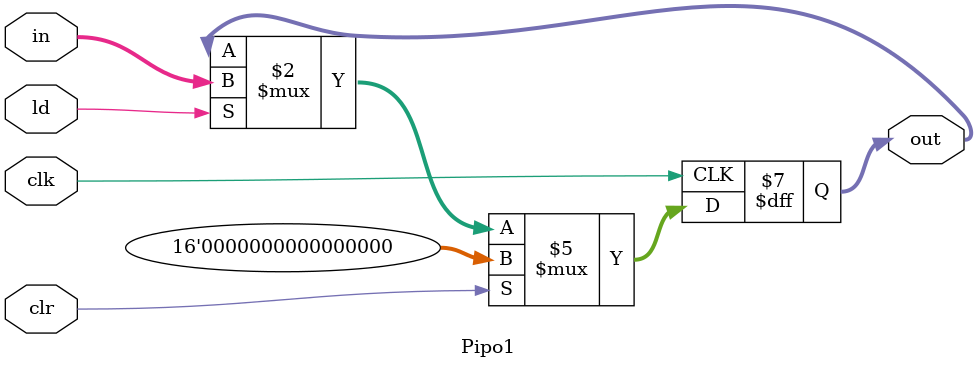
<source format=v>
module Pipo1(in,clk,clr,ld,out);
  input [15:0]in;
  input clk,clr,ld;
  output reg [15:0]out;
  always @(posedge clk) begin
    if(clr)
      out<=0;
    else if(ld)
      out<=in;
  end
endmodule
  
</source>
